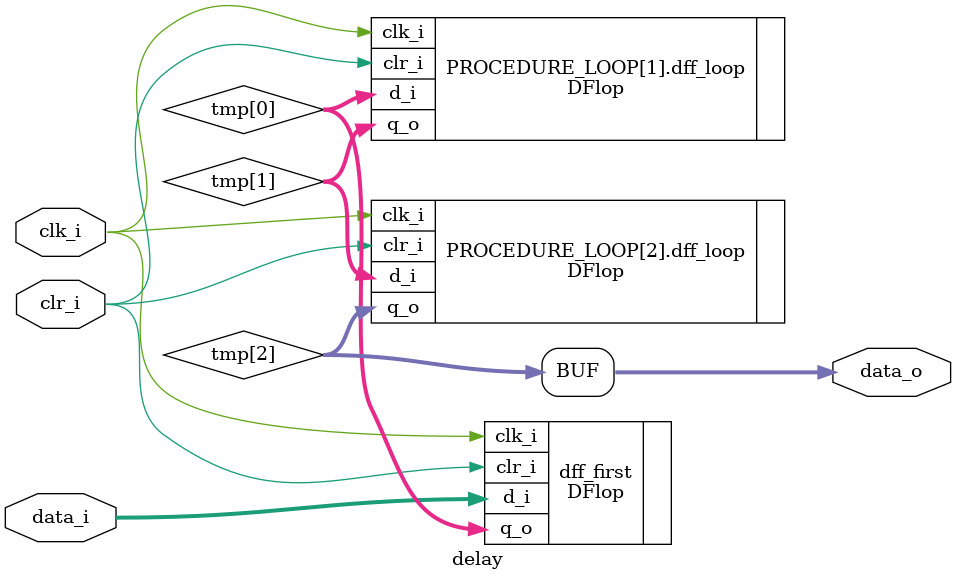
<source format=sv>
/* Delay with {N} Cycles
// Adjust the parameter*/
module delay 
#(
	parameter DATA_WIDTH = 24,
	parameter N_cycles = 3
)
(
	// Input
	input clk_i,
	input clr_i,
	input [DATA_WIDTH-1:0] data_i,
	
	// Output 
	output [DATA_WIDTH-1:0] data_o
);

wire [DATA_WIDTH-1:0] tmp [N_cycles-1:0];

genvar i;

generate
	DFlop
	#(
		.DATA_WIDTH		(DATA_WIDTH)
	)
	dff_first
	(
		.clk_i			(clk_i),
		.clr_i			(clr_i),
		.d_i				(data_i),
		.q_o				(tmp[0])
	);
	
	for (i = 1; i < N_cycles; i = i + 1) begin: PROCEDURE_LOOP
		DFlop 
		#(
			.DATA_WIDTH			(DATA_WIDTH)
		)
		dff_loop
		(
			.clk_i		(clk_i),
			.clr_i		(clr_i),
			.d_i			(tmp[i-1]),
			.q_o			(tmp[i])
		);
	end
	
	assign data_o = tmp[N_cycles-1];
endgenerate

endmodule 
</source>
